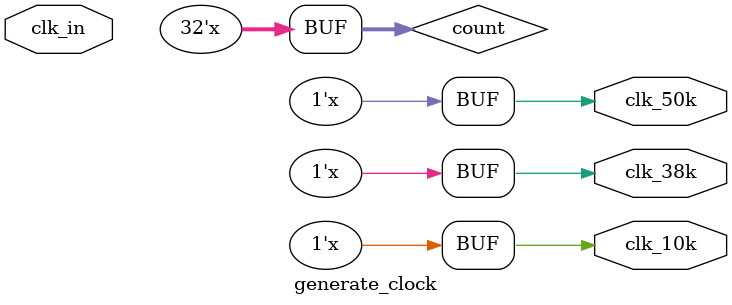
<source format=v>
/*
===================================================================
Project Name    : クロックパルスの変換回路
File Name       : 3_1_1.v
Encoding        : UTF-8
Creation Date   : 2021/7/15
===================================================================
*/

`define F_IN  50e+6
`define F_10K 10e+3
`define F_50K 50e+3
`define F_38K 38e+3

module generate_clock(clk_in, clk_10k, clk_50k, clk_38k);
	input clk_in;
	output reg clk_10k = 1'b0, clk_50k = 1'b0, clk_38k = 1'b0;
	integer count = 1;

	always @(clk_in) begin
		if(count % (`F_IN / `F_10K) < 1) begin
			clk_10k <= ~clk_10k;
		end
		if(count % (`F_IN / `F_50K) < 1) begin
			clk_50k <= ~clk_50k;
		end
		if(count % (`F_IN / `F_38K) < 1) begin
			clk_38k <= ~clk_38k;
		end
		count = count + 1;
	end

endmodule

</source>
